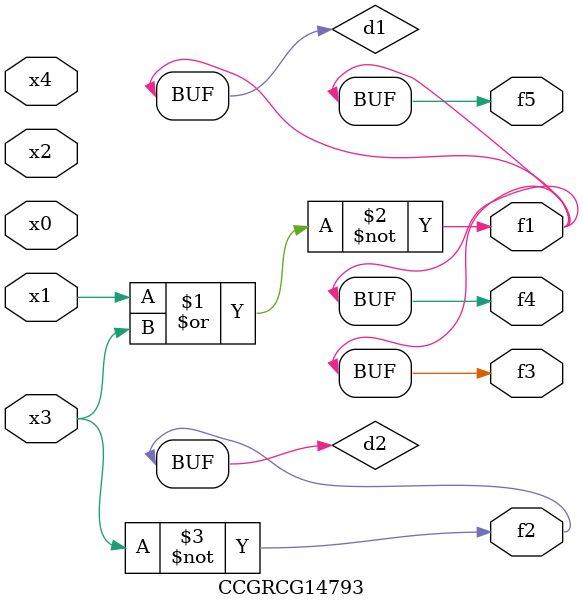
<source format=v>
module CCGRCG14793(
	input x0, x1, x2, x3, x4,
	output f1, f2, f3, f4, f5
);

	wire d1, d2;

	nor (d1, x1, x3);
	not (d2, x3);
	assign f1 = d1;
	assign f2 = d2;
	assign f3 = d1;
	assign f4 = d1;
	assign f5 = d1;
endmodule

</source>
